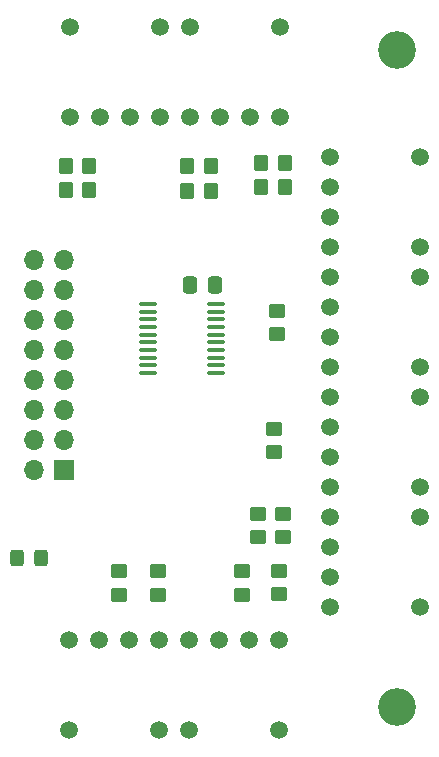
<source format=gts>
G04 #@! TF.GenerationSoftware,KiCad,Pcbnew,(6.0.6)*
G04 #@! TF.CreationDate,2022-08-29T16:13:27+02:00*
G04 #@! TF.ProjectId,adc-fiber-interface-board-six-channels,6164632d-6669-4626-9572-2d696e746572,rev?*
G04 #@! TF.SameCoordinates,Original*
G04 #@! TF.FileFunction,Soldermask,Top*
G04 #@! TF.FilePolarity,Negative*
%FSLAX46Y46*%
G04 Gerber Fmt 4.6, Leading zero omitted, Abs format (unit mm)*
G04 Created by KiCad (PCBNEW (6.0.6)) date 2022-08-29 16:13:27*
%MOMM*%
%LPD*%
G01*
G04 APERTURE LIST*
G04 Aperture macros list*
%AMRoundRect*
0 Rectangle with rounded corners*
0 $1 Rounding radius*
0 $2 $3 $4 $5 $6 $7 $8 $9 X,Y pos of 4 corners*
0 Add a 4 corners polygon primitive as box body*
4,1,4,$2,$3,$4,$5,$6,$7,$8,$9,$2,$3,0*
0 Add four circle primitives for the rounded corners*
1,1,$1+$1,$2,$3*
1,1,$1+$1,$4,$5*
1,1,$1+$1,$6,$7*
1,1,$1+$1,$8,$9*
0 Add four rect primitives between the rounded corners*
20,1,$1+$1,$2,$3,$4,$5,0*
20,1,$1+$1,$4,$5,$6,$7,0*
20,1,$1+$1,$6,$7,$8,$9,0*
20,1,$1+$1,$8,$9,$2,$3,0*%
G04 Aperture macros list end*
%ADD10C,1.515000*%
%ADD11RoundRect,0.250000X-0.337500X-0.475000X0.337500X-0.475000X0.337500X0.475000X-0.337500X0.475000X0*%
%ADD12RoundRect,0.250000X0.350000X0.450000X-0.350000X0.450000X-0.350000X-0.450000X0.350000X-0.450000X0*%
%ADD13RoundRect,0.100000X-0.637500X-0.100000X0.637500X-0.100000X0.637500X0.100000X-0.637500X0.100000X0*%
%ADD14R,1.700000X1.700000*%
%ADD15O,1.700000X1.700000*%
%ADD16C,3.200000*%
%ADD17RoundRect,0.250000X-0.325000X-0.450000X0.325000X-0.450000X0.325000X0.450000X-0.325000X0.450000X0*%
%ADD18RoundRect,0.250000X0.450000X-0.350000X0.450000X0.350000X-0.450000X0.350000X-0.450000X-0.350000X0*%
%ADD19RoundRect,0.250000X-0.450000X0.350000X-0.450000X-0.350000X0.450000X-0.350000X0.450000X0.350000X0*%
G04 APERTURE END LIST*
D10*
X125349000Y-62941200D03*
X125349000Y-65481200D03*
X125349000Y-68021200D03*
X125349000Y-70561200D03*
X132969000Y-70561200D03*
X132969000Y-62941200D03*
D11*
X113487200Y-53441600D03*
X115562200Y-53441600D03*
D12*
X104952800Y-43408600D03*
X102952800Y-43408600D03*
X121481600Y-43129200D03*
X119481600Y-43129200D03*
D10*
X125349000Y-52781200D03*
X125349000Y-55321200D03*
X125349000Y-57861200D03*
X125349000Y-60401200D03*
X132969000Y-60401200D03*
X132969000Y-52781200D03*
D13*
X109913500Y-55088600D03*
X109913500Y-55738600D03*
X109913500Y-56388600D03*
X109913500Y-57038600D03*
X109913500Y-57688600D03*
X109913500Y-58338600D03*
X109913500Y-58988600D03*
X109913500Y-59638600D03*
X109913500Y-60288600D03*
X109913500Y-60938600D03*
X115638500Y-60938600D03*
X115638500Y-60288600D03*
X115638500Y-59638600D03*
X115638500Y-58988600D03*
X115638500Y-58338600D03*
X115638500Y-57688600D03*
X115638500Y-57038600D03*
X115638500Y-56388600D03*
X115638500Y-55738600D03*
X115638500Y-55088600D03*
D10*
X103274400Y-39219000D03*
X105814400Y-39219000D03*
X108354400Y-39219000D03*
X110894400Y-39219000D03*
X110894400Y-31599000D03*
X103274400Y-31599000D03*
D12*
X121497600Y-45161200D03*
X119497600Y-45161200D03*
D10*
X125349000Y-73101200D03*
X125349000Y-75641200D03*
X125349000Y-78181200D03*
X125349000Y-80721200D03*
X132969000Y-80721200D03*
X132969000Y-73101200D03*
D14*
X102830400Y-69123800D03*
D15*
X100290400Y-69123800D03*
X102830400Y-66583800D03*
X100290400Y-66583800D03*
X102830400Y-64043800D03*
X100290400Y-64043800D03*
X102830400Y-61503800D03*
X100290400Y-61503800D03*
X102830400Y-58963800D03*
X100290400Y-58963800D03*
X102830400Y-56423800D03*
X100290400Y-56423800D03*
X102830400Y-53883800D03*
X100290400Y-53883800D03*
X102830400Y-51343800D03*
X100290400Y-51343800D03*
D10*
X120988800Y-83539200D03*
X118448800Y-83539200D03*
X115908800Y-83539200D03*
X113368800Y-83539200D03*
X113368800Y-91159200D03*
X120988800Y-91159200D03*
D16*
X130962400Y-33578800D03*
D12*
X115218300Y-43434000D03*
X113218300Y-43434000D03*
D17*
X98847800Y-76606400D03*
X100897800Y-76606400D03*
D18*
X121031000Y-79663800D03*
X121031000Y-77663800D03*
D12*
X115218300Y-45516800D03*
X113218300Y-45516800D03*
X104952800Y-45466000D03*
X102952800Y-45466000D03*
D19*
X120829200Y-55650600D03*
X120829200Y-57650600D03*
D10*
X125349000Y-42621200D03*
X125349000Y-45161200D03*
X125349000Y-47701200D03*
X125349000Y-50241200D03*
X132969000Y-50241200D03*
X132969000Y-42621200D03*
D19*
X117867500Y-77724000D03*
X117867500Y-79724000D03*
D16*
X130987800Y-89204800D03*
D18*
X121361200Y-74837800D03*
X121361200Y-72837800D03*
X110794800Y-79689200D03*
X110794800Y-77689200D03*
D19*
X120549800Y-65642200D03*
X120549800Y-67642200D03*
D10*
X113434400Y-39219000D03*
X115974400Y-39219000D03*
X118514400Y-39219000D03*
X121054400Y-39219000D03*
X121054400Y-31599000D03*
X113434400Y-31599000D03*
X110820200Y-83539200D03*
X108280200Y-83539200D03*
X105740200Y-83539200D03*
X103200200Y-83539200D03*
X103200200Y-91159200D03*
X110820200Y-91159200D03*
D19*
X107492800Y-77724000D03*
X107492800Y-79724000D03*
D18*
X119253000Y-74837800D03*
X119253000Y-72837800D03*
M02*

</source>
